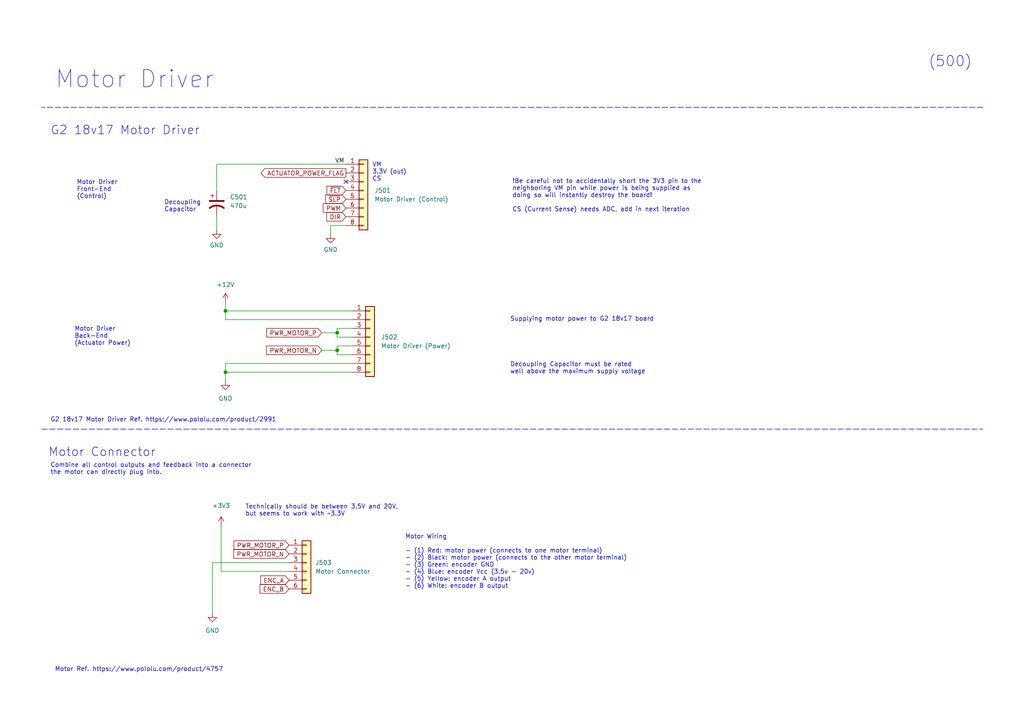
<source format=kicad_sch>
(kicad_sch (version 20211123) (generator eeschema)
  (paper "A4")
  (title_block (title "Motor Driver Interface") (date "2022-10-30") (rev "HULA - 0.2") (company "Alexander S. Adranly"))
  (lib_symbols
    (symbol "Connector_Generic:Conn_01x06" (pin_names (offset 1.016) hide)
      (property "Reference" "J" (at 0 7.62 0))
      (property "Value" "Conn_01x06" (at 0 -10.16 0))
      (symbol "Conn_01x06_1_1"
        (rectangle (start -1.27 -7.493) (end 0 -7.747) (stroke (width 0.1524)))
        (rectangle (start -1.27 -4.953) (end 0 -5.207) (stroke (width 0.1524)))
        (rectangle (start -1.27 -2.413) (end 0 -2.667) (stroke (width 0.1524)))
        (rectangle (start -1.27 0.127) (end 0 -0.127) (stroke (width 0.1524)))
        (rectangle (start -1.27 2.667) (end 0 2.413) (stroke (width 0.1524)))
        (rectangle (start -1.27 5.207) (end 0 4.953) (stroke (width 0.1524)))
        (rectangle (start -1.27 6.35) (end 1.27 -8.89) (stroke (width 0.254)) (fill (type background)))
        (pin passive line (at -5.08 5.08 0) (length 3.81) (name "Pin_1") (number "1"))
        (pin passive line (at -5.08 2.54 0) (length 3.81) (name "Pin_2") (number "2"))
        (pin passive line (at -5.08 0 0) (length 3.81) (name "Pin_3") (number "3"))
        (pin passive line (at -5.08 -2.54 0) (length 3.81) (name "Pin_4") (number "4"))
        (pin passive line (at -5.08 -5.08 0) (length 3.81) (name "Pin_5") (number "5"))
        (pin passive line (at -5.08 -7.62 0) (length 3.81) (name "Pin_6") (number "6"))
      )
    )
    (symbol "Connector_Generic:Conn_01x08" (pin_names (offset 1.016) hide)
      (property "Reference" "J" (at 0 10.16 0))
      (property "Value" "Conn_01x08" (at 0 -12.7 0))
      (symbol "Conn_01x08_1_1"
        (rectangle (start -1.27 -10.033) (end 0 -10.287) (stroke (width 0.1524)))
        (rectangle (start -1.27 -7.493) (end 0 -7.747) (stroke (width 0.1524)))
        (rectangle (start -1.27 -4.953) (end 0 -5.207) (stroke (width 0.1524)))
        (rectangle (start -1.27 -2.413) (end 0 -2.667) (stroke (width 0.1524)))
        (rectangle (start -1.27 0.127) (end 0 -0.127) (stroke (width 0.1524)))
        (rectangle (start -1.27 2.667) (end 0 2.413) (stroke (width 0.1524)))
        (rectangle (start -1.27 5.207) (end 0 4.953) (stroke (width 0.1524)))
        (rectangle (start -1.27 7.747) (end 0 7.493) (stroke (width 0.1524)))
        (rectangle (start -1.27 8.89) (end 1.27 -11.43) (stroke (width 0.254)) (fill (type background)))
        (pin passive line (at -5.08 7.62 0) (length 3.81) (name "Pin_1") (number "1"))
        (pin passive line (at -5.08 5.08 0) (length 3.81) (name "Pin_2") (number "2"))
        (pin passive line (at -5.08 2.54 0) (length 3.81) (name "Pin_3") (number "3"))
        (pin passive line (at -5.08 0 0) (length 3.81) (name "Pin_4") (number "4"))
        (pin passive line (at -5.08 -2.54 0) (length 3.81) (name "Pin_5") (number "5"))
        (pin passive line (at -5.08 -5.08 0) (length 3.81) (name "Pin_6") (number "6"))
        (pin passive line (at -5.08 -7.62 0) (length 3.81) (name "Pin_7") (number "7"))
        (pin passive line (at -5.08 -10.16 0) (length 3.81) (name "Pin_8") (number "8"))
      )
    )
    (symbol "Device:C_Polarized_US" (pin_numbers hide) (pin_names (offset 0.254) hide)
      (property "Reference" "C" (at 0.635 2.54 0))
      (property "Value" "C_Polarized_US" (at 0.635 -2.54 0))
      (symbol "C_Polarized_US_0_1"
        (polyline (pts (xy -2.032 0.762) (xy 2.032 0.762)) (stroke (width 0.508)))
        (polyline (pts (xy -1.778 2.286) (xy -0.762 2.286)))
        (polyline (pts (xy -1.27 1.778) (xy -1.27 2.794)))
        (arc (start 2.032 -1.27) (mid 0 -0.5572) (end -2.032 -1.27) (stroke (width 0.508)))
      )
      (symbol "C_Polarized_US_1_1"
        (pin passive line (at 0 3.81 270) (length 2.794) (name "~") (number "1"))
        (pin passive line (at 0 -3.81 90) (length 3.302) (name "~") (number "2"))
      )
    )
    (symbol "power:+12V" (power) (pin_names (offset 0))
      (property "Value" "+12V" (at 0 3.556 0))
      (symbol "+12V_0_1"
        (polyline (pts (xy -0.762 1.27) (xy 0 2.54)))
        (polyline (pts (xy 0 0) (xy 0 2.54)))
        (polyline (pts (xy 0 2.54) (xy 0.762 1.27)))
      )
      (symbol "+12V_1_1"
        (pin power_in line (at 0 0 90) (length 0) hide (name "+12V") (number "1"))
      )
    )
    (symbol "power:+3.3V" (power) (pin_names (offset 0))
      (property "Value" "+3.3V" (at 0 3.556 0))
      (symbol "+3.3V_0_1"
        (polyline (pts (xy -0.762 1.27) (xy 0 2.54)))
        (polyline (pts (xy 0 0) (xy 0 2.54)))
        (polyline (pts (xy 0 2.54) (xy 0.762 1.27)))
      )
      (symbol "+3.3V_1_1"
        (pin power_in line (at 0 0 90) (length 0) hide (name "+3V3") (number "1"))
      )
    )
    (symbol "power:GND" (power) (pin_names (offset 0))
      (property "Value" "GND" (at 0 -3.81 0))
      (symbol "GND_0_1"
        (polyline (pts (xy 0 0) (xy 0 -1.27) (xy 1.27 -1.27) (xy 0 -2.54) (xy -1.27 -1.27) (xy 0 -1.27)))
      )
      (symbol "GND_1_1"
        (pin power_in line (at 0 0 270) (length 0) hide (name "GND") (number "1"))
      )
    )
  )
  (junction (at 97.79 101.6))
  (junction (at 65.405 107.95))
  (junction (at 97.79 96.52))
  (junction (at 65.405 90.17))
  (no_connect (at 100.33 52.705))
  (wire (pts (xy 97.79 101.6) (xy 93.345 101.6)))
  (wire (pts (xy 97.79 96.52) (xy 93.345 96.52)))
  (wire (pts (xy 83.82 165.735) (xy 64.135 165.735)))
  (wire (pts (xy 65.405 90.17) (xy 65.405 87.63)))
  (wire (pts (xy 102.235 95.25) (xy 97.79 95.25)))
  (wire (pts (xy 65.405 107.95) (xy 65.405 110.49)))
  (wire (pts (xy 64.135 165.735) (xy 64.135 152.4)))
  (wire (pts (xy 95.885 67.945) (xy 95.885 65.405)))
  (wire (pts (xy 83.82 163.195) (xy 61.595 163.195)))
  (wire (pts (xy 62.865 66.675) (xy 62.865 62.865)))
  (wire (pts (xy 97.79 97.79) (xy 97.79 96.52)))
  (wire (pts (xy 102.235 97.79) (xy 97.79 97.79)))
  (wire (pts (xy 65.405 92.71) (xy 65.405 90.17)))
  (polyline (pts (xy 285.115 31.115) (xy 12.065 31.115)))
  (wire (pts (xy 62.865 47.625) (xy 62.865 55.245)))
  (wire (pts (xy 95.885 65.405) (xy 100.33 65.405)))
  (wire (pts (xy 97.79 95.25) (xy 97.79 96.52)))
  (wire (pts (xy 102.235 107.95) (xy 65.405 107.95)))
  (wire (pts (xy 61.595 163.195) (xy 61.595 177.8)))
  (wire (pts (xy 102.235 105.41) (xy 65.405 105.41)))
  (wire (pts (xy 102.235 102.87) (xy 97.79 102.87)))
  (wire (pts (xy 100.33 47.625) (xy 62.865 47.625)))
  (wire (pts (xy 97.79 100.33) (xy 97.79 101.6)))
  (polyline (pts (xy 12.065 124.46) (xy 285.115 124.46)))
  (wire (pts (xy 97.79 102.87) (xy 97.79 101.6)))
  (wire (pts (xy 65.405 105.41) (xy 65.405 107.95)))
  (wire (pts (xy 102.235 100.33) (xy 97.79 100.33)))
  (wire (pts (xy 65.405 90.17) (xy 102.235 90.17)))
  (wire (pts (xy 102.235 92.71) (xy 65.405 92.71)))
  (text "Motor Ref. https://www.pololu.com/product/4757" (at 15.875 194.945 0) (effects (font (size 1.27 1.27)) (justify left bottom)))
  (text "Technically should be between 3.5V and 20V,\nbut seems to work with ~3.3V" (at 71.12 149.86 0) (effects (font (size 1.27 1.27)) (justify left bottom)))
  (text "!Be careful not to accidentally short the 3V3 pin to the \nneighboring VM pin while power is being supplied as \ndoing so will instantly destroy the board!\n\nCS (Current Sense) needs ADC, add in next iteration" (at 148.59 61.595 0) (effects (font (size 1.27 1.27)) (justify left bottom)))
  (text "Motor Wiring\n\n- (1) Red: motor power (connects to one motor terminal)\n- (2) Black: motor power (connects to the other motor terminal)\n- (3) Green: encoder GND\n- (4) Blue: encoder Vcc (3.5v - 20v)\n- (5) Yellow: encoder A output\n- (6) White: encoder B output" (at 117.475 170.815 0) (effects (font (size 1.27 1.27)) (justify left bottom)))
  (text "VM\n3.3V (out)\nCS" (at 107.95 52.705 0) (effects (font (size 1.27 1.27)) (justify left bottom)))
  (text "Supplying motor power to G2 18v17 board" (at 147.955 93.345 0) (effects (font (size 1.27 1.27)) (justify left bottom)))
  (text "Motor Driver" (at 15.875 26.035 0) (effects (font (size 5 5)) (justify left bottom)))
  (text "Decoupling Capacitor must be rated\nwell above the maximum supply voltage" (at 147.955 108.585 0) (effects (font (size 1.27 1.27)) (justify left bottom)))
  (text "Motor Connector" (at 13.97 132.715 0) (effects (font (size 2.5 2.5)) (justify left bottom)))
  (text "G2 18v17 Motor Driver Ref. https://www.pololu.com/product/2991" (at 14.605 122.555 0) (effects (font (size 1.27 1.27)) (justify left bottom)))
  (text "(500)" (at 269.24 19.685 0) (effects (font (size 3 3)) (justify left bottom)))
  (text "Combine all control outputs and feedback into a connector\nthe motor can directly plug into." (at 14.605 137.795 0) (effects (font (size 1.27 1.27)) (justify left bottom)))
  (text "Motor Driver \nBack-End \n(Actuator Power)" (at 21.59 100.33 0) (effects (font (size 1.27 1.27)) (justify left bottom)))
  (text "Decoupling\nCapacitor" (at 47.625 61.595 0) (effects (font (size 1.27 1.27)) (justify left bottom)))
  (text "G2 18v17 Motor Driver" (at 14.605 39.37 0) (effects (font (size 2.5 2.5)) (justify left bottom)))
  (text "Motor Driver \nFront-End \n(Control)" (at 22.225 57.785 0) (effects (font (size 1.27 1.27)) (justify left bottom)))
  (label "VM" (at 97.155 47.625 0))
  (global_label "ENC_B" (shape input) (at 83.82 170.815 180) (property "Intersheet References" "${INTERSHEET_REFS}" (effects hide)))
  (global_label "PWR_MOTOR_N" (shape input) (at 83.82 160.655 180) (property "Intersheet References" "${INTERSHEET_REFS}" (effects hide)))
  (global_label "DIR" (shape input) (at 100.33 62.865 180) (property "Intersheet References" "${INTERSHEET_REFS}" (effects hide)))
  (global_label "PWM" (shape input) (at 100.33 60.325 180) (property "Intersheet References" "${INTERSHEET_REFS}" (effects hide)))
  (global_label "ENC_A" (shape input) (at 83.82 168.275 180) (property "Intersheet References" "${INTERSHEET_REFS}" (effects hide)))
  (global_label "PWR_MOTOR_P" (shape input) (at 93.345 96.52 180) (property "Intersheet References" "${INTERSHEET_REFS}" (effects hide)))
  (global_label "ACTUATOR_POWER_FLAG" (shape output) (at 100.33 50.165 180) (property "Intersheet References" "${INTERSHEET_REFS}" (effects hide)))
  (global_label "PWR_MOTOR_N" (shape input) (at 93.345 101.6 180) (property "Intersheet References" "${INTERSHEET_REFS}" (effects hide)))
  (global_label "PWR_MOTOR_P" (shape input) (at 83.82 158.115 180) (property "Intersheet References" "${INTERSHEET_REFS}" (effects hide)))
  (global_label "~{FLT}" (shape input) (at 100.33 55.245 180) (property "Intersheet References" "${INTERSHEET_REFS}" (effects hide)))
  (global_label "~{SLP}" (shape input) (at 100.33 57.785 180) (property "Intersheet References" "${INTERSHEET_REFS}" (effects hide)))
  (symbol (lib_id "power:GND") (at 62.865 66.675 0) (unit 1)
    (property "Reference" "#PWR0103" (effects hide))
    (property "Value" "GND" (at 62.865 71.12 0))
  )
  (symbol (lib_id "Connector_Generic:Conn_01x08") (at 107.315 97.79 0) (unit 1)
    (property "Reference" "J502" (at 110.49 97.7899 0) (effects (justify left)))
    (property "Value" "Motor Driver (Power)" (at 110.49 100.3299 0) (effects (justify left)))
    (property "Footprint" "Connector_PinSocket_2.54mm:PinSocket_1x08_P2.54mm_Vertical" (effects hide))
  )
  (symbol (lib_id "Connector_Generic:Conn_01x08") (at 105.41 55.245 0) (unit 1)
    (property "Reference" "J501" (at 108.585 55.2449 0) (effects (justify left)))
    (property "Value" "Motor Driver (Control)" (at 108.585 57.7849 0) (effects (justify left)))
    (property "Footprint" "Connector_PinSocket_2.54mm:PinSocket_1x08_P2.54mm_Vertical" (effects hide))
  )
  (symbol (lib_id "Device:C_Polarized_US") (at 62.865 59.055 0) (unit 1)
    (property "Reference" "C501" (at 66.675 57.1499 0) (effects (justify left)))
    (property "Value" "470u" (at 66.675 59.6899 0) (effects (justify left)))
    (property "Footprint" "Capacitor_THT:CP_Radial_D8.0mm_P3.50mm" (effects hide))
    (property "Description" "Bought externally, pulled from stash for now" (effects hide))
  )
  (symbol (lib_id "power:GND") (at 95.885 67.945 0) (unit 1)
    (property "Reference" "#PWR029" (effects hide))
    (property "Value" "GND" (at 95.885 72.39 0))
  )
  (symbol (lib_id "power:+12V") (at 65.405 87.63 0) (unit 1)
    (property "Reference" "#PWR026" (effects hide))
    (property "Value" "+12V" (at 65.405 82.55 0))
  )
  (symbol (lib_id "Connector_Generic:Conn_01x06") (at 88.9 163.195 0) (unit 1)
    (property "Reference" "J503" (at 91.44 163.1949 0) (effects (justify left)))
    (property "Value" "Motor Connector" (at 91.44 165.7349 0) (effects (justify left)))
    (property "Footprint" "Connector_PinHeader_2.54mm:PinHeader_1x06_P2.54mm_Vertical" (effects hide))
  )
  (symbol (lib_id "power:GND") (at 65.405 110.49 0) (unit 1)
    (property "Reference" "#PWR027" (effects hide))
    (property "Value" "GND" (at 65.405 115.57 0))
  )
  (symbol (lib_id "power:GND") (at 61.595 177.8 0) (unit 1)
    (property "Reference" "#PWR034" (effects hide))
    (property "Value" "GND" (at 61.595 182.88 0))
  )
  (symbol (lib_id "power:+3.3V") (at 64.135 152.4 0) (unit 1)
    (property "Reference" "#PWR035" (effects hide))
    (property "Value" "+3.3V" (at 64.135 146.685 0))
  )
)
</source>
